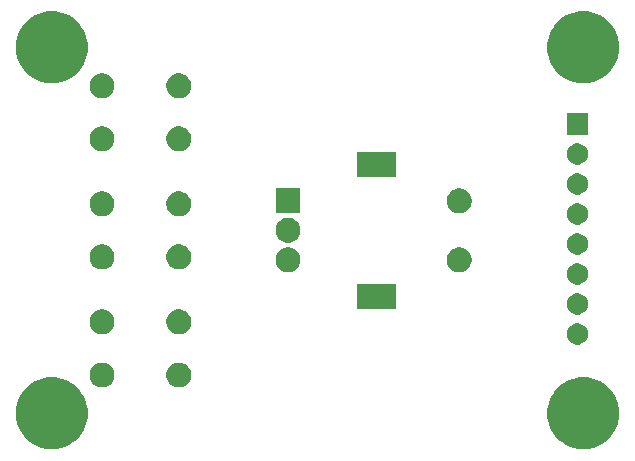
<source format=gbr>
G04 #@! TF.GenerationSoftware,KiCad,Pcbnew,(5.1.5)-3*
G04 #@! TF.CreationDate,2020-04-13T22:53:19+08:00*
G04 #@! TF.ProjectId,encoder_3btn,656e636f-6465-4725-9f33-62746e2e6b69,rev?*
G04 #@! TF.SameCoordinates,Original*
G04 #@! TF.FileFunction,Soldermask,Top*
G04 #@! TF.FilePolarity,Negative*
%FSLAX46Y46*%
G04 Gerber Fmt 4.6, Leading zero omitted, Abs format (unit mm)*
G04 Created by KiCad (PCBNEW (5.1.5)-3) date 2020-04-13 22:53:19*
%MOMM*%
%LPD*%
G04 APERTURE LIST*
%ADD10C,0.100000*%
G04 APERTURE END LIST*
D10*
G36*
X148389943Y-130566248D02*
G01*
X148945189Y-130796238D01*
X149130371Y-130919973D01*
X149444899Y-131130134D01*
X149869866Y-131555101D01*
X150018440Y-131777458D01*
X150203762Y-132054811D01*
X150433752Y-132610057D01*
X150551000Y-133199501D01*
X150551000Y-133800499D01*
X150433752Y-134389943D01*
X150203762Y-134945189D01*
X150203761Y-134945190D01*
X149869866Y-135444899D01*
X149444899Y-135869866D01*
X149304573Y-135963629D01*
X148945189Y-136203762D01*
X148389943Y-136433752D01*
X147800499Y-136551000D01*
X147199501Y-136551000D01*
X146610057Y-136433752D01*
X146054811Y-136203762D01*
X145695427Y-135963629D01*
X145555101Y-135869866D01*
X145130134Y-135444899D01*
X144796239Y-134945190D01*
X144796238Y-134945189D01*
X144566248Y-134389943D01*
X144449000Y-133800499D01*
X144449000Y-133199501D01*
X144566248Y-132610057D01*
X144796238Y-132054811D01*
X144981560Y-131777458D01*
X145130134Y-131555101D01*
X145555101Y-131130134D01*
X145869629Y-130919973D01*
X146054811Y-130796238D01*
X146610057Y-130566248D01*
X147199501Y-130449000D01*
X147800499Y-130449000D01*
X148389943Y-130566248D01*
G37*
G36*
X103389943Y-130566248D02*
G01*
X103945189Y-130796238D01*
X104130371Y-130919973D01*
X104444899Y-131130134D01*
X104869866Y-131555101D01*
X105018440Y-131777458D01*
X105203762Y-132054811D01*
X105433752Y-132610057D01*
X105551000Y-133199501D01*
X105551000Y-133800499D01*
X105433752Y-134389943D01*
X105203762Y-134945189D01*
X105203761Y-134945190D01*
X104869866Y-135444899D01*
X104444899Y-135869866D01*
X104304573Y-135963629D01*
X103945189Y-136203762D01*
X103389943Y-136433752D01*
X102800499Y-136551000D01*
X102199501Y-136551000D01*
X101610057Y-136433752D01*
X101054811Y-136203762D01*
X100695427Y-135963629D01*
X100555101Y-135869866D01*
X100130134Y-135444899D01*
X99796239Y-134945190D01*
X99796238Y-134945189D01*
X99566248Y-134389943D01*
X99449000Y-133800499D01*
X99449000Y-133199501D01*
X99566248Y-132610057D01*
X99796238Y-132054811D01*
X99981560Y-131777458D01*
X100130134Y-131555101D01*
X100555101Y-131130134D01*
X100869629Y-130919973D01*
X101054811Y-130796238D01*
X101610057Y-130566248D01*
X102199501Y-130449000D01*
X102800499Y-130449000D01*
X103389943Y-130566248D01*
G37*
G36*
X107056564Y-129239389D02*
G01*
X107247833Y-129318615D01*
X107247835Y-129318616D01*
X107419973Y-129433635D01*
X107566365Y-129580027D01*
X107681385Y-129752167D01*
X107760611Y-129943436D01*
X107801000Y-130146484D01*
X107801000Y-130353516D01*
X107760611Y-130556564D01*
X107756599Y-130566249D01*
X107681384Y-130747835D01*
X107566365Y-130919973D01*
X107419973Y-131066365D01*
X107247835Y-131181384D01*
X107247834Y-131181385D01*
X107247833Y-131181385D01*
X107056564Y-131260611D01*
X106853516Y-131301000D01*
X106646484Y-131301000D01*
X106443436Y-131260611D01*
X106252167Y-131181385D01*
X106252166Y-131181385D01*
X106252165Y-131181384D01*
X106080027Y-131066365D01*
X105933635Y-130919973D01*
X105818616Y-130747835D01*
X105743401Y-130566249D01*
X105739389Y-130556564D01*
X105699000Y-130353516D01*
X105699000Y-130146484D01*
X105739389Y-129943436D01*
X105818615Y-129752167D01*
X105933635Y-129580027D01*
X106080027Y-129433635D01*
X106252165Y-129318616D01*
X106252167Y-129318615D01*
X106443436Y-129239389D01*
X106646484Y-129199000D01*
X106853516Y-129199000D01*
X107056564Y-129239389D01*
G37*
G36*
X113556564Y-129239389D02*
G01*
X113747833Y-129318615D01*
X113747835Y-129318616D01*
X113919973Y-129433635D01*
X114066365Y-129580027D01*
X114181385Y-129752167D01*
X114260611Y-129943436D01*
X114301000Y-130146484D01*
X114301000Y-130353516D01*
X114260611Y-130556564D01*
X114256599Y-130566249D01*
X114181384Y-130747835D01*
X114066365Y-130919973D01*
X113919973Y-131066365D01*
X113747835Y-131181384D01*
X113747834Y-131181385D01*
X113747833Y-131181385D01*
X113556564Y-131260611D01*
X113353516Y-131301000D01*
X113146484Y-131301000D01*
X112943436Y-131260611D01*
X112752167Y-131181385D01*
X112752166Y-131181385D01*
X112752165Y-131181384D01*
X112580027Y-131066365D01*
X112433635Y-130919973D01*
X112318616Y-130747835D01*
X112243401Y-130566249D01*
X112239389Y-130556564D01*
X112199000Y-130353516D01*
X112199000Y-130146484D01*
X112239389Y-129943436D01*
X112318615Y-129752167D01*
X112433635Y-129580027D01*
X112580027Y-129433635D01*
X112752165Y-129318616D01*
X112752167Y-129318615D01*
X112943436Y-129239389D01*
X113146484Y-129199000D01*
X113353516Y-129199000D01*
X113556564Y-129239389D01*
G37*
G36*
X147113512Y-125883927D02*
G01*
X147262812Y-125913624D01*
X147426784Y-125981544D01*
X147574354Y-126080147D01*
X147699853Y-126205646D01*
X147798456Y-126353216D01*
X147866376Y-126517188D01*
X147901000Y-126691259D01*
X147901000Y-126868741D01*
X147866376Y-127042812D01*
X147798456Y-127206784D01*
X147699853Y-127354354D01*
X147574354Y-127479853D01*
X147426784Y-127578456D01*
X147262812Y-127646376D01*
X147113512Y-127676073D01*
X147088742Y-127681000D01*
X146911258Y-127681000D01*
X146886488Y-127676073D01*
X146737188Y-127646376D01*
X146573216Y-127578456D01*
X146425646Y-127479853D01*
X146300147Y-127354354D01*
X146201544Y-127206784D01*
X146133624Y-127042812D01*
X146099000Y-126868741D01*
X146099000Y-126691259D01*
X146133624Y-126517188D01*
X146201544Y-126353216D01*
X146300147Y-126205646D01*
X146425646Y-126080147D01*
X146573216Y-125981544D01*
X146737188Y-125913624D01*
X146886488Y-125883927D01*
X146911258Y-125879000D01*
X147088742Y-125879000D01*
X147113512Y-125883927D01*
G37*
G36*
X107056564Y-124739389D02*
G01*
X107237546Y-124814354D01*
X107247835Y-124818616D01*
X107419973Y-124933635D01*
X107566365Y-125080027D01*
X107681385Y-125252167D01*
X107760611Y-125443436D01*
X107801000Y-125646484D01*
X107801000Y-125853516D01*
X107760611Y-126056564D01*
X107750842Y-126080148D01*
X107681384Y-126247835D01*
X107566365Y-126419973D01*
X107419973Y-126566365D01*
X107247835Y-126681384D01*
X107247834Y-126681385D01*
X107247833Y-126681385D01*
X107056564Y-126760611D01*
X106853516Y-126801000D01*
X106646484Y-126801000D01*
X106443436Y-126760611D01*
X106252167Y-126681385D01*
X106252166Y-126681385D01*
X106252165Y-126681384D01*
X106080027Y-126566365D01*
X105933635Y-126419973D01*
X105818616Y-126247835D01*
X105749158Y-126080148D01*
X105739389Y-126056564D01*
X105699000Y-125853516D01*
X105699000Y-125646484D01*
X105739389Y-125443436D01*
X105818615Y-125252167D01*
X105933635Y-125080027D01*
X106080027Y-124933635D01*
X106252165Y-124818616D01*
X106262454Y-124814354D01*
X106443436Y-124739389D01*
X106646484Y-124699000D01*
X106853516Y-124699000D01*
X107056564Y-124739389D01*
G37*
G36*
X113556564Y-124739389D02*
G01*
X113737546Y-124814354D01*
X113747835Y-124818616D01*
X113919973Y-124933635D01*
X114066365Y-125080027D01*
X114181385Y-125252167D01*
X114260611Y-125443436D01*
X114301000Y-125646484D01*
X114301000Y-125853516D01*
X114260611Y-126056564D01*
X114250842Y-126080148D01*
X114181384Y-126247835D01*
X114066365Y-126419973D01*
X113919973Y-126566365D01*
X113747835Y-126681384D01*
X113747834Y-126681385D01*
X113747833Y-126681385D01*
X113556564Y-126760611D01*
X113353516Y-126801000D01*
X113146484Y-126801000D01*
X112943436Y-126760611D01*
X112752167Y-126681385D01*
X112752166Y-126681385D01*
X112752165Y-126681384D01*
X112580027Y-126566365D01*
X112433635Y-126419973D01*
X112318616Y-126247835D01*
X112249158Y-126080148D01*
X112239389Y-126056564D01*
X112199000Y-125853516D01*
X112199000Y-125646484D01*
X112239389Y-125443436D01*
X112318615Y-125252167D01*
X112433635Y-125080027D01*
X112580027Y-124933635D01*
X112752165Y-124818616D01*
X112762454Y-124814354D01*
X112943436Y-124739389D01*
X113146484Y-124699000D01*
X113353516Y-124699000D01*
X113556564Y-124739389D01*
G37*
G36*
X147113512Y-123343927D02*
G01*
X147262812Y-123373624D01*
X147426784Y-123441544D01*
X147574354Y-123540147D01*
X147699853Y-123665646D01*
X147798456Y-123813216D01*
X147866376Y-123977188D01*
X147901000Y-124151259D01*
X147901000Y-124328741D01*
X147866376Y-124502812D01*
X147798456Y-124666784D01*
X147699853Y-124814354D01*
X147574354Y-124939853D01*
X147426784Y-125038456D01*
X147262812Y-125106376D01*
X147113512Y-125136073D01*
X147088742Y-125141000D01*
X146911258Y-125141000D01*
X146886488Y-125136073D01*
X146737188Y-125106376D01*
X146573216Y-125038456D01*
X146425646Y-124939853D01*
X146300147Y-124814354D01*
X146201544Y-124666784D01*
X146133624Y-124502812D01*
X146099000Y-124328741D01*
X146099000Y-124151259D01*
X146133624Y-123977188D01*
X146201544Y-123813216D01*
X146300147Y-123665646D01*
X146425646Y-123540147D01*
X146573216Y-123441544D01*
X146737188Y-123373624D01*
X146886488Y-123343927D01*
X146911258Y-123339000D01*
X147088742Y-123339000D01*
X147113512Y-123343927D01*
G37*
G36*
X131651000Y-124651000D02*
G01*
X128349000Y-124651000D01*
X128349000Y-122549000D01*
X131651000Y-122549000D01*
X131651000Y-124651000D01*
G37*
G36*
X147113512Y-120803927D02*
G01*
X147262812Y-120833624D01*
X147426784Y-120901544D01*
X147574354Y-121000147D01*
X147699853Y-121125646D01*
X147798456Y-121273216D01*
X147866376Y-121437188D01*
X147901000Y-121611259D01*
X147901000Y-121788741D01*
X147866376Y-121962812D01*
X147798456Y-122126784D01*
X147699853Y-122274354D01*
X147574354Y-122399853D01*
X147426784Y-122498456D01*
X147262812Y-122566376D01*
X147113512Y-122596073D01*
X147088742Y-122601000D01*
X146911258Y-122601000D01*
X146886488Y-122596073D01*
X146737188Y-122566376D01*
X146573216Y-122498456D01*
X146425646Y-122399853D01*
X146300147Y-122274354D01*
X146201544Y-122126784D01*
X146133624Y-121962812D01*
X146099000Y-121788741D01*
X146099000Y-121611259D01*
X146133624Y-121437188D01*
X146201544Y-121273216D01*
X146300147Y-121125646D01*
X146425646Y-121000147D01*
X146573216Y-120901544D01*
X146737188Y-120833624D01*
X146886488Y-120803927D01*
X146911258Y-120799000D01*
X147088742Y-120799000D01*
X147113512Y-120803927D01*
G37*
G36*
X122806564Y-119489389D02*
G01*
X122997833Y-119568615D01*
X122997835Y-119568616D01*
X123169973Y-119683635D01*
X123316365Y-119830027D01*
X123402179Y-119958456D01*
X123431385Y-120002167D01*
X123510611Y-120193436D01*
X123551000Y-120396484D01*
X123551000Y-120603516D01*
X123510611Y-120806564D01*
X123431385Y-120997833D01*
X123431384Y-120997835D01*
X123316365Y-121169973D01*
X123169973Y-121316365D01*
X122997835Y-121431384D01*
X122997834Y-121431385D01*
X122997833Y-121431385D01*
X122806564Y-121510611D01*
X122603516Y-121551000D01*
X122396484Y-121551000D01*
X122193436Y-121510611D01*
X122002167Y-121431385D01*
X122002166Y-121431385D01*
X122002165Y-121431384D01*
X121830027Y-121316365D01*
X121683635Y-121169973D01*
X121568616Y-120997835D01*
X121568615Y-120997833D01*
X121489389Y-120806564D01*
X121449000Y-120603516D01*
X121449000Y-120396484D01*
X121489389Y-120193436D01*
X121568615Y-120002167D01*
X121597822Y-119958456D01*
X121683635Y-119830027D01*
X121830027Y-119683635D01*
X122002165Y-119568616D01*
X122002167Y-119568615D01*
X122193436Y-119489389D01*
X122396484Y-119449000D01*
X122603516Y-119449000D01*
X122806564Y-119489389D01*
G37*
G36*
X137306564Y-119489389D02*
G01*
X137497833Y-119568615D01*
X137497835Y-119568616D01*
X137669973Y-119683635D01*
X137816365Y-119830027D01*
X137902179Y-119958456D01*
X137931385Y-120002167D01*
X138010611Y-120193436D01*
X138051000Y-120396484D01*
X138051000Y-120603516D01*
X138010611Y-120806564D01*
X137931385Y-120997833D01*
X137931384Y-120997835D01*
X137816365Y-121169973D01*
X137669973Y-121316365D01*
X137497835Y-121431384D01*
X137497834Y-121431385D01*
X137497833Y-121431385D01*
X137306564Y-121510611D01*
X137103516Y-121551000D01*
X136896484Y-121551000D01*
X136693436Y-121510611D01*
X136502167Y-121431385D01*
X136502166Y-121431385D01*
X136502165Y-121431384D01*
X136330027Y-121316365D01*
X136183635Y-121169973D01*
X136068616Y-120997835D01*
X136068615Y-120997833D01*
X135989389Y-120806564D01*
X135949000Y-120603516D01*
X135949000Y-120396484D01*
X135989389Y-120193436D01*
X136068615Y-120002167D01*
X136097822Y-119958456D01*
X136183635Y-119830027D01*
X136330027Y-119683635D01*
X136502165Y-119568616D01*
X136502167Y-119568615D01*
X136693436Y-119489389D01*
X136896484Y-119449000D01*
X137103516Y-119449000D01*
X137306564Y-119489389D01*
G37*
G36*
X113556564Y-119239389D02*
G01*
X113747833Y-119318615D01*
X113747835Y-119318616D01*
X113919973Y-119433635D01*
X114066365Y-119580027D01*
X114135594Y-119683635D01*
X114181385Y-119752167D01*
X114260611Y-119943436D01*
X114301000Y-120146484D01*
X114301000Y-120353516D01*
X114260611Y-120556564D01*
X114181385Y-120747833D01*
X114181384Y-120747835D01*
X114066365Y-120919973D01*
X113919973Y-121066365D01*
X113747835Y-121181384D01*
X113747834Y-121181385D01*
X113747833Y-121181385D01*
X113556564Y-121260611D01*
X113353516Y-121301000D01*
X113146484Y-121301000D01*
X112943436Y-121260611D01*
X112752167Y-121181385D01*
X112752166Y-121181385D01*
X112752165Y-121181384D01*
X112580027Y-121066365D01*
X112433635Y-120919973D01*
X112318616Y-120747835D01*
X112318615Y-120747833D01*
X112239389Y-120556564D01*
X112199000Y-120353516D01*
X112199000Y-120146484D01*
X112239389Y-119943436D01*
X112318615Y-119752167D01*
X112364407Y-119683635D01*
X112433635Y-119580027D01*
X112580027Y-119433635D01*
X112752165Y-119318616D01*
X112752167Y-119318615D01*
X112943436Y-119239389D01*
X113146484Y-119199000D01*
X113353516Y-119199000D01*
X113556564Y-119239389D01*
G37*
G36*
X107056564Y-119239389D02*
G01*
X107247833Y-119318615D01*
X107247835Y-119318616D01*
X107419973Y-119433635D01*
X107566365Y-119580027D01*
X107635594Y-119683635D01*
X107681385Y-119752167D01*
X107760611Y-119943436D01*
X107801000Y-120146484D01*
X107801000Y-120353516D01*
X107760611Y-120556564D01*
X107681385Y-120747833D01*
X107681384Y-120747835D01*
X107566365Y-120919973D01*
X107419973Y-121066365D01*
X107247835Y-121181384D01*
X107247834Y-121181385D01*
X107247833Y-121181385D01*
X107056564Y-121260611D01*
X106853516Y-121301000D01*
X106646484Y-121301000D01*
X106443436Y-121260611D01*
X106252167Y-121181385D01*
X106252166Y-121181385D01*
X106252165Y-121181384D01*
X106080027Y-121066365D01*
X105933635Y-120919973D01*
X105818616Y-120747835D01*
X105818615Y-120747833D01*
X105739389Y-120556564D01*
X105699000Y-120353516D01*
X105699000Y-120146484D01*
X105739389Y-119943436D01*
X105818615Y-119752167D01*
X105864407Y-119683635D01*
X105933635Y-119580027D01*
X106080027Y-119433635D01*
X106252165Y-119318616D01*
X106252167Y-119318615D01*
X106443436Y-119239389D01*
X106646484Y-119199000D01*
X106853516Y-119199000D01*
X107056564Y-119239389D01*
G37*
G36*
X147113512Y-118263927D02*
G01*
X147262812Y-118293624D01*
X147426784Y-118361544D01*
X147574354Y-118460147D01*
X147699853Y-118585646D01*
X147798456Y-118733216D01*
X147866376Y-118897188D01*
X147901000Y-119071259D01*
X147901000Y-119248741D01*
X147866376Y-119422812D01*
X147798456Y-119586784D01*
X147699853Y-119734354D01*
X147574354Y-119859853D01*
X147426784Y-119958456D01*
X147262812Y-120026376D01*
X147113512Y-120056073D01*
X147088742Y-120061000D01*
X146911258Y-120061000D01*
X146886488Y-120056073D01*
X146737188Y-120026376D01*
X146573216Y-119958456D01*
X146425646Y-119859853D01*
X146300147Y-119734354D01*
X146201544Y-119586784D01*
X146133624Y-119422812D01*
X146099000Y-119248741D01*
X146099000Y-119071259D01*
X146133624Y-118897188D01*
X146201544Y-118733216D01*
X146300147Y-118585646D01*
X146425646Y-118460147D01*
X146573216Y-118361544D01*
X146737188Y-118293624D01*
X146886488Y-118263927D01*
X146911258Y-118259000D01*
X147088742Y-118259000D01*
X147113512Y-118263927D01*
G37*
G36*
X122806564Y-116989389D02*
G01*
X122997833Y-117068615D01*
X122997835Y-117068616D01*
X123169973Y-117183635D01*
X123316365Y-117330027D01*
X123431385Y-117502167D01*
X123510611Y-117693436D01*
X123551000Y-117896484D01*
X123551000Y-118103516D01*
X123510611Y-118306564D01*
X123431385Y-118497833D01*
X123431384Y-118497835D01*
X123316365Y-118669973D01*
X123169973Y-118816365D01*
X122997835Y-118931384D01*
X122997834Y-118931385D01*
X122997833Y-118931385D01*
X122806564Y-119010611D01*
X122603516Y-119051000D01*
X122396484Y-119051000D01*
X122193436Y-119010611D01*
X122002167Y-118931385D01*
X122002166Y-118931385D01*
X122002165Y-118931384D01*
X121830027Y-118816365D01*
X121683635Y-118669973D01*
X121568616Y-118497835D01*
X121568615Y-118497833D01*
X121489389Y-118306564D01*
X121449000Y-118103516D01*
X121449000Y-117896484D01*
X121489389Y-117693436D01*
X121568615Y-117502167D01*
X121683635Y-117330027D01*
X121830027Y-117183635D01*
X122002165Y-117068616D01*
X122002167Y-117068615D01*
X122193436Y-116989389D01*
X122396484Y-116949000D01*
X122603516Y-116949000D01*
X122806564Y-116989389D01*
G37*
G36*
X147113512Y-115723927D02*
G01*
X147262812Y-115753624D01*
X147426784Y-115821544D01*
X147574354Y-115920147D01*
X147699853Y-116045646D01*
X147798456Y-116193216D01*
X147866376Y-116357188D01*
X147901000Y-116531259D01*
X147901000Y-116708741D01*
X147866376Y-116882812D01*
X147798456Y-117046784D01*
X147699853Y-117194354D01*
X147574354Y-117319853D01*
X147426784Y-117418456D01*
X147262812Y-117486376D01*
X147113512Y-117516073D01*
X147088742Y-117521000D01*
X146911258Y-117521000D01*
X146886488Y-117516073D01*
X146737188Y-117486376D01*
X146573216Y-117418456D01*
X146425646Y-117319853D01*
X146300147Y-117194354D01*
X146201544Y-117046784D01*
X146133624Y-116882812D01*
X146099000Y-116708741D01*
X146099000Y-116531259D01*
X146133624Y-116357188D01*
X146201544Y-116193216D01*
X146300147Y-116045646D01*
X146425646Y-115920147D01*
X146573216Y-115821544D01*
X146737188Y-115753624D01*
X146886488Y-115723927D01*
X146911258Y-115719000D01*
X147088742Y-115719000D01*
X147113512Y-115723927D01*
G37*
G36*
X113556564Y-114739389D02*
G01*
X113747833Y-114818615D01*
X113747835Y-114818616D01*
X113919973Y-114933635D01*
X114066365Y-115080027D01*
X114142143Y-115193436D01*
X114181385Y-115252167D01*
X114260611Y-115443436D01*
X114301000Y-115646484D01*
X114301000Y-115853516D01*
X114260611Y-116056564D01*
X114204008Y-116193216D01*
X114181384Y-116247835D01*
X114066365Y-116419973D01*
X113919973Y-116566365D01*
X113747835Y-116681384D01*
X113747834Y-116681385D01*
X113747833Y-116681385D01*
X113556564Y-116760611D01*
X113353516Y-116801000D01*
X113146484Y-116801000D01*
X112943436Y-116760611D01*
X112752167Y-116681385D01*
X112752166Y-116681385D01*
X112752165Y-116681384D01*
X112580027Y-116566365D01*
X112433635Y-116419973D01*
X112318616Y-116247835D01*
X112295992Y-116193216D01*
X112239389Y-116056564D01*
X112199000Y-115853516D01*
X112199000Y-115646484D01*
X112239389Y-115443436D01*
X112318615Y-115252167D01*
X112357858Y-115193436D01*
X112433635Y-115080027D01*
X112580027Y-114933635D01*
X112752165Y-114818616D01*
X112752167Y-114818615D01*
X112943436Y-114739389D01*
X113146484Y-114699000D01*
X113353516Y-114699000D01*
X113556564Y-114739389D01*
G37*
G36*
X107056564Y-114739389D02*
G01*
X107247833Y-114818615D01*
X107247835Y-114818616D01*
X107419973Y-114933635D01*
X107566365Y-115080027D01*
X107642143Y-115193436D01*
X107681385Y-115252167D01*
X107760611Y-115443436D01*
X107801000Y-115646484D01*
X107801000Y-115853516D01*
X107760611Y-116056564D01*
X107704008Y-116193216D01*
X107681384Y-116247835D01*
X107566365Y-116419973D01*
X107419973Y-116566365D01*
X107247835Y-116681384D01*
X107247834Y-116681385D01*
X107247833Y-116681385D01*
X107056564Y-116760611D01*
X106853516Y-116801000D01*
X106646484Y-116801000D01*
X106443436Y-116760611D01*
X106252167Y-116681385D01*
X106252166Y-116681385D01*
X106252165Y-116681384D01*
X106080027Y-116566365D01*
X105933635Y-116419973D01*
X105818616Y-116247835D01*
X105795992Y-116193216D01*
X105739389Y-116056564D01*
X105699000Y-115853516D01*
X105699000Y-115646484D01*
X105739389Y-115443436D01*
X105818615Y-115252167D01*
X105857858Y-115193436D01*
X105933635Y-115080027D01*
X106080027Y-114933635D01*
X106252165Y-114818616D01*
X106252167Y-114818615D01*
X106443436Y-114739389D01*
X106646484Y-114699000D01*
X106853516Y-114699000D01*
X107056564Y-114739389D01*
G37*
G36*
X137306564Y-114489389D02*
G01*
X137497833Y-114568615D01*
X137497835Y-114568616D01*
X137669973Y-114683635D01*
X137816365Y-114830027D01*
X137885594Y-114933635D01*
X137931385Y-115002167D01*
X138010611Y-115193436D01*
X138051000Y-115396484D01*
X138051000Y-115603516D01*
X138010611Y-115806564D01*
X137963563Y-115920148D01*
X137931384Y-115997835D01*
X137816365Y-116169973D01*
X137669973Y-116316365D01*
X137497835Y-116431384D01*
X137497834Y-116431385D01*
X137497833Y-116431385D01*
X137306564Y-116510611D01*
X137103516Y-116551000D01*
X136896484Y-116551000D01*
X136693436Y-116510611D01*
X136502167Y-116431385D01*
X136502166Y-116431385D01*
X136502165Y-116431384D01*
X136330027Y-116316365D01*
X136183635Y-116169973D01*
X136068616Y-115997835D01*
X136036437Y-115920148D01*
X135989389Y-115806564D01*
X135949000Y-115603516D01*
X135949000Y-115396484D01*
X135989389Y-115193436D01*
X136068615Y-115002167D01*
X136114407Y-114933635D01*
X136183635Y-114830027D01*
X136330027Y-114683635D01*
X136502165Y-114568616D01*
X136502167Y-114568615D01*
X136693436Y-114489389D01*
X136896484Y-114449000D01*
X137103516Y-114449000D01*
X137306564Y-114489389D01*
G37*
G36*
X123551000Y-116551000D02*
G01*
X121449000Y-116551000D01*
X121449000Y-114449000D01*
X123551000Y-114449000D01*
X123551000Y-116551000D01*
G37*
G36*
X147113512Y-113183927D02*
G01*
X147262812Y-113213624D01*
X147426784Y-113281544D01*
X147574354Y-113380147D01*
X147699853Y-113505646D01*
X147798456Y-113653216D01*
X147866376Y-113817188D01*
X147901000Y-113991259D01*
X147901000Y-114168741D01*
X147866376Y-114342812D01*
X147798456Y-114506784D01*
X147699853Y-114654354D01*
X147574354Y-114779853D01*
X147426784Y-114878456D01*
X147262812Y-114946376D01*
X147113512Y-114976073D01*
X147088742Y-114981000D01*
X146911258Y-114981000D01*
X146886488Y-114976073D01*
X146737188Y-114946376D01*
X146573216Y-114878456D01*
X146425646Y-114779853D01*
X146300147Y-114654354D01*
X146201544Y-114506784D01*
X146133624Y-114342812D01*
X146099000Y-114168741D01*
X146099000Y-113991259D01*
X146133624Y-113817188D01*
X146201544Y-113653216D01*
X146300147Y-113505646D01*
X146425646Y-113380147D01*
X146573216Y-113281544D01*
X146737188Y-113213624D01*
X146886488Y-113183927D01*
X146911258Y-113179000D01*
X147088742Y-113179000D01*
X147113512Y-113183927D01*
G37*
G36*
X131651000Y-113451000D02*
G01*
X128349000Y-113451000D01*
X128349000Y-111349000D01*
X131651000Y-111349000D01*
X131651000Y-113451000D01*
G37*
G36*
X147113512Y-110643927D02*
G01*
X147262812Y-110673624D01*
X147426784Y-110741544D01*
X147574354Y-110840147D01*
X147699853Y-110965646D01*
X147798456Y-111113216D01*
X147866376Y-111277188D01*
X147901000Y-111451259D01*
X147901000Y-111628741D01*
X147866376Y-111802812D01*
X147798456Y-111966784D01*
X147699853Y-112114354D01*
X147574354Y-112239853D01*
X147426784Y-112338456D01*
X147262812Y-112406376D01*
X147113512Y-112436073D01*
X147088742Y-112441000D01*
X146911258Y-112441000D01*
X146886488Y-112436073D01*
X146737188Y-112406376D01*
X146573216Y-112338456D01*
X146425646Y-112239853D01*
X146300147Y-112114354D01*
X146201544Y-111966784D01*
X146133624Y-111802812D01*
X146099000Y-111628741D01*
X146099000Y-111451259D01*
X146133624Y-111277188D01*
X146201544Y-111113216D01*
X146300147Y-110965646D01*
X146425646Y-110840147D01*
X146573216Y-110741544D01*
X146737188Y-110673624D01*
X146886488Y-110643927D01*
X146911258Y-110639000D01*
X147088742Y-110639000D01*
X147113512Y-110643927D01*
G37*
G36*
X107056564Y-109239389D02*
G01*
X107247833Y-109318615D01*
X107247835Y-109318616D01*
X107419973Y-109433635D01*
X107566365Y-109580027D01*
X107681385Y-109752167D01*
X107760611Y-109943436D01*
X107801000Y-110146484D01*
X107801000Y-110353516D01*
X107760611Y-110556564D01*
X107726465Y-110639000D01*
X107681384Y-110747835D01*
X107566365Y-110919973D01*
X107419973Y-111066365D01*
X107247835Y-111181384D01*
X107247834Y-111181385D01*
X107247833Y-111181385D01*
X107056564Y-111260611D01*
X106853516Y-111301000D01*
X106646484Y-111301000D01*
X106443436Y-111260611D01*
X106252167Y-111181385D01*
X106252166Y-111181385D01*
X106252165Y-111181384D01*
X106080027Y-111066365D01*
X105933635Y-110919973D01*
X105818616Y-110747835D01*
X105773535Y-110639000D01*
X105739389Y-110556564D01*
X105699000Y-110353516D01*
X105699000Y-110146484D01*
X105739389Y-109943436D01*
X105818615Y-109752167D01*
X105933635Y-109580027D01*
X106080027Y-109433635D01*
X106252165Y-109318616D01*
X106252167Y-109318615D01*
X106443436Y-109239389D01*
X106646484Y-109199000D01*
X106853516Y-109199000D01*
X107056564Y-109239389D01*
G37*
G36*
X113556564Y-109239389D02*
G01*
X113747833Y-109318615D01*
X113747835Y-109318616D01*
X113919973Y-109433635D01*
X114066365Y-109580027D01*
X114181385Y-109752167D01*
X114260611Y-109943436D01*
X114301000Y-110146484D01*
X114301000Y-110353516D01*
X114260611Y-110556564D01*
X114226465Y-110639000D01*
X114181384Y-110747835D01*
X114066365Y-110919973D01*
X113919973Y-111066365D01*
X113747835Y-111181384D01*
X113747834Y-111181385D01*
X113747833Y-111181385D01*
X113556564Y-111260611D01*
X113353516Y-111301000D01*
X113146484Y-111301000D01*
X112943436Y-111260611D01*
X112752167Y-111181385D01*
X112752166Y-111181385D01*
X112752165Y-111181384D01*
X112580027Y-111066365D01*
X112433635Y-110919973D01*
X112318616Y-110747835D01*
X112273535Y-110639000D01*
X112239389Y-110556564D01*
X112199000Y-110353516D01*
X112199000Y-110146484D01*
X112239389Y-109943436D01*
X112318615Y-109752167D01*
X112433635Y-109580027D01*
X112580027Y-109433635D01*
X112752165Y-109318616D01*
X112752167Y-109318615D01*
X112943436Y-109239389D01*
X113146484Y-109199000D01*
X113353516Y-109199000D01*
X113556564Y-109239389D01*
G37*
G36*
X147901000Y-109901000D02*
G01*
X146099000Y-109901000D01*
X146099000Y-108099000D01*
X147901000Y-108099000D01*
X147901000Y-109901000D01*
G37*
G36*
X107056564Y-104739389D02*
G01*
X107247833Y-104818615D01*
X107247835Y-104818616D01*
X107419973Y-104933635D01*
X107566365Y-105080027D01*
X107647197Y-105201000D01*
X107681385Y-105252167D01*
X107760611Y-105443436D01*
X107801000Y-105646484D01*
X107801000Y-105853516D01*
X107760611Y-106056564D01*
X107681385Y-106247833D01*
X107681384Y-106247835D01*
X107566365Y-106419973D01*
X107419973Y-106566365D01*
X107247835Y-106681384D01*
X107247834Y-106681385D01*
X107247833Y-106681385D01*
X107056564Y-106760611D01*
X106853516Y-106801000D01*
X106646484Y-106801000D01*
X106443436Y-106760611D01*
X106252167Y-106681385D01*
X106252166Y-106681385D01*
X106252165Y-106681384D01*
X106080027Y-106566365D01*
X105933635Y-106419973D01*
X105818616Y-106247835D01*
X105818615Y-106247833D01*
X105739389Y-106056564D01*
X105699000Y-105853516D01*
X105699000Y-105646484D01*
X105739389Y-105443436D01*
X105818615Y-105252167D01*
X105852804Y-105201000D01*
X105933635Y-105080027D01*
X106080027Y-104933635D01*
X106252165Y-104818616D01*
X106252167Y-104818615D01*
X106443436Y-104739389D01*
X106646484Y-104699000D01*
X106853516Y-104699000D01*
X107056564Y-104739389D01*
G37*
G36*
X113556564Y-104739389D02*
G01*
X113747833Y-104818615D01*
X113747835Y-104818616D01*
X113919973Y-104933635D01*
X114066365Y-105080027D01*
X114147197Y-105201000D01*
X114181385Y-105252167D01*
X114260611Y-105443436D01*
X114301000Y-105646484D01*
X114301000Y-105853516D01*
X114260611Y-106056564D01*
X114181385Y-106247833D01*
X114181384Y-106247835D01*
X114066365Y-106419973D01*
X113919973Y-106566365D01*
X113747835Y-106681384D01*
X113747834Y-106681385D01*
X113747833Y-106681385D01*
X113556564Y-106760611D01*
X113353516Y-106801000D01*
X113146484Y-106801000D01*
X112943436Y-106760611D01*
X112752167Y-106681385D01*
X112752166Y-106681385D01*
X112752165Y-106681384D01*
X112580027Y-106566365D01*
X112433635Y-106419973D01*
X112318616Y-106247835D01*
X112318615Y-106247833D01*
X112239389Y-106056564D01*
X112199000Y-105853516D01*
X112199000Y-105646484D01*
X112239389Y-105443436D01*
X112318615Y-105252167D01*
X112352804Y-105201000D01*
X112433635Y-105080027D01*
X112580027Y-104933635D01*
X112752165Y-104818616D01*
X112752167Y-104818615D01*
X112943436Y-104739389D01*
X113146484Y-104699000D01*
X113353516Y-104699000D01*
X113556564Y-104739389D01*
G37*
G36*
X148389943Y-99566248D02*
G01*
X148945189Y-99796238D01*
X149193347Y-99962052D01*
X149444899Y-100130134D01*
X149869866Y-100555101D01*
X150018440Y-100777458D01*
X150203762Y-101054811D01*
X150433752Y-101610057D01*
X150551000Y-102199501D01*
X150551000Y-102800499D01*
X150433752Y-103389943D01*
X150203762Y-103945189D01*
X150203761Y-103945190D01*
X149869866Y-104444899D01*
X149444899Y-104869866D01*
X149349462Y-104933635D01*
X148945189Y-105203762D01*
X148389943Y-105433752D01*
X147800499Y-105551000D01*
X147199501Y-105551000D01*
X146610057Y-105433752D01*
X146054811Y-105203762D01*
X145650538Y-104933635D01*
X145555101Y-104869866D01*
X145130134Y-104444899D01*
X144796239Y-103945190D01*
X144796238Y-103945189D01*
X144566248Y-103389943D01*
X144449000Y-102800499D01*
X144449000Y-102199501D01*
X144566248Y-101610057D01*
X144796238Y-101054811D01*
X144981560Y-100777458D01*
X145130134Y-100555101D01*
X145555101Y-100130134D01*
X145806653Y-99962052D01*
X146054811Y-99796238D01*
X146610057Y-99566248D01*
X147199501Y-99449000D01*
X147800499Y-99449000D01*
X148389943Y-99566248D01*
G37*
G36*
X103389943Y-99566248D02*
G01*
X103945189Y-99796238D01*
X104193347Y-99962052D01*
X104444899Y-100130134D01*
X104869866Y-100555101D01*
X105018440Y-100777458D01*
X105203762Y-101054811D01*
X105433752Y-101610057D01*
X105551000Y-102199501D01*
X105551000Y-102800499D01*
X105433752Y-103389943D01*
X105203762Y-103945189D01*
X105203761Y-103945190D01*
X104869866Y-104444899D01*
X104444899Y-104869866D01*
X104349462Y-104933635D01*
X103945189Y-105203762D01*
X103389943Y-105433752D01*
X102800499Y-105551000D01*
X102199501Y-105551000D01*
X101610057Y-105433752D01*
X101054811Y-105203762D01*
X100650538Y-104933635D01*
X100555101Y-104869866D01*
X100130134Y-104444899D01*
X99796239Y-103945190D01*
X99796238Y-103945189D01*
X99566248Y-103389943D01*
X99449000Y-102800499D01*
X99449000Y-102199501D01*
X99566248Y-101610057D01*
X99796238Y-101054811D01*
X99981560Y-100777458D01*
X100130134Y-100555101D01*
X100555101Y-100130134D01*
X100806653Y-99962052D01*
X101054811Y-99796238D01*
X101610057Y-99566248D01*
X102199501Y-99449000D01*
X102800499Y-99449000D01*
X103389943Y-99566248D01*
G37*
M02*

</source>
